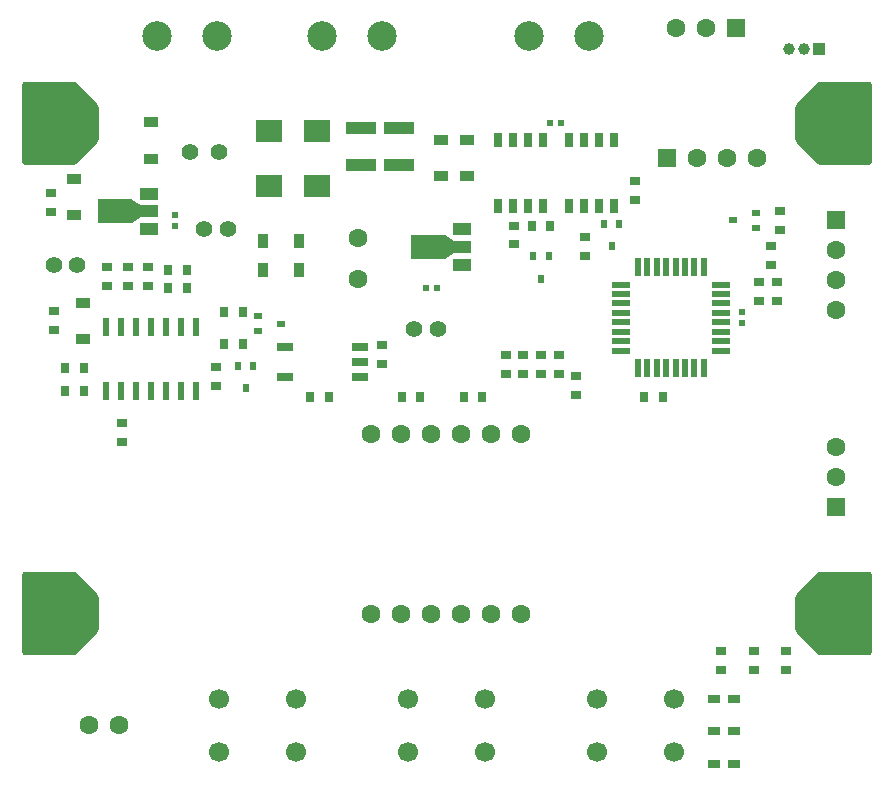
<source format=gts>
%TF.GenerationSoftware,KiCad,Pcbnew,(5.1.12)-1*%
%TF.CreationDate,2022-08-11T01:09:08+09:00*%
%TF.ProjectId,RailcomSwitchChanger,5261696c-636f-46d5-9377-697463684368,rev?*%
%TF.SameCoordinates,PX632ea00PY7459280*%
%TF.FileFunction,Soldermask,Top*%
%TF.FilePolarity,Negative*%
%FSLAX46Y46*%
G04 Gerber Fmt 4.6, Leading zero omitted, Abs format (unit mm)*
G04 Created by KiCad (PCBNEW (5.1.12)-1) date 2022-08-11 01:09:08*
%MOMM*%
%LPD*%
G01*
G04 APERTURE LIST*
%ADD10R,0.500000X0.550000*%
%ADD11R,0.550000X0.500000*%
%ADD12R,0.800000X1.300000*%
%ADD13R,0.700000X0.900000*%
%ADD14R,0.550000X1.600000*%
%ADD15R,1.600000X0.550000*%
%ADD16R,0.600000X1.550000*%
%ADD17C,1.400000*%
%ADD18R,2.200000X1.850000*%
%ADD19R,1.200000X0.850000*%
%ADD20R,0.850000X1.200000*%
%ADD21C,1.600000*%
%ADD22R,1.000000X0.800000*%
%ADD23C,3.200000*%
%ADD24C,2.500000*%
%ADD25R,1.600000X1.600000*%
%ADD26R,1.600000X1.524000*%
%ADD27R,1.524000X1.600000*%
%ADD28R,0.800000X0.600000*%
%ADD29R,0.600000X0.800000*%
%ADD30R,2.500000X1.000000*%
%ADD31R,0.900000X0.700000*%
%ADD32C,1.700000*%
%ADD33C,0.100000*%
%ADD34R,3.000000X2.000000*%
%ADD35R,1.500000X1.000000*%
%ADD36R,1.400000X0.800000*%
%ADD37R,1.000000X1.000000*%
%ADD38C,1.000000*%
%ADD39C,0.250000*%
G04 APERTURE END LIST*
D10*
%TO.C,C4*%
X13000000Y49225000D03*
X13000000Y48275000D03*
%TD*%
D11*
%TO.C,C11*%
X34275000Y43000000D03*
X35225000Y43000000D03*
%TD*%
D10*
%TO.C,C13*%
X61000000Y40975000D03*
X61000000Y40025000D03*
%TD*%
D11*
%TO.C,C15*%
X44775000Y57000000D03*
X45725000Y57000000D03*
%TD*%
D12*
%TO.C,Q11*%
X46345000Y49950000D03*
X47615000Y49950000D03*
X48885000Y49950000D03*
X50155000Y49950000D03*
X50155000Y55550000D03*
X48885000Y55550000D03*
X47615000Y55550000D03*
X46345000Y55550000D03*
%TD*%
D13*
%TO.C,R22*%
X44800000Y48250000D03*
X43200000Y48250000D03*
%TD*%
D14*
%TO.C,U11*%
X57800000Y44750000D03*
X57000000Y44750000D03*
X56200000Y44750000D03*
X55400000Y44750000D03*
X54600000Y44750000D03*
X53800000Y44750000D03*
X53000000Y44750000D03*
X52200000Y44750000D03*
D15*
X50750000Y43300000D03*
X50750000Y42500000D03*
X50750000Y41700000D03*
X50750000Y40900000D03*
X50750000Y40100000D03*
X50750000Y39300000D03*
X50750000Y38500000D03*
X50750000Y37700000D03*
D14*
X52200000Y36250000D03*
X53000000Y36250000D03*
X53800000Y36250000D03*
X54600000Y36250000D03*
X55400000Y36250000D03*
X56200000Y36250000D03*
X57000000Y36250000D03*
X57800000Y36250000D03*
D15*
X59250000Y37700000D03*
X59250000Y38500000D03*
X59250000Y39300000D03*
X59250000Y40100000D03*
X59250000Y40900000D03*
X59250000Y41700000D03*
X59250000Y42500000D03*
X59250000Y43300000D03*
%TD*%
D16*
%TO.C,U2*%
X14810000Y34300000D03*
X14810000Y39700000D03*
X13540000Y34300000D03*
X13540000Y39700000D03*
X12270000Y34300000D03*
X12270000Y39700000D03*
X11000000Y34300000D03*
X11000000Y39700000D03*
X9730000Y34300000D03*
X9730000Y39700000D03*
X8460000Y34300000D03*
X8460000Y39700000D03*
X7190000Y34300000D03*
X7190000Y39700000D03*
%TD*%
D17*
%TO.C,C1*%
X16750000Y54500000D03*
X14250000Y54500000D03*
%TD*%
%TO.C,C2*%
X2750000Y45000000D03*
X4750000Y45000000D03*
%TD*%
%TO.C,C3*%
X17500000Y48000000D03*
X15500000Y48000000D03*
%TD*%
%TO.C,C14*%
X35250000Y39500000D03*
X33250000Y39500000D03*
%TD*%
D18*
%TO.C,D1*%
X21000000Y51675000D03*
X21000000Y56325000D03*
%TD*%
%TO.C,D2*%
X25000000Y51675000D03*
X25000000Y56325000D03*
%TD*%
D19*
%TO.C,D3*%
X11000000Y53975000D03*
X11000000Y57025000D03*
%TD*%
%TO.C,D4*%
X4500000Y49225000D03*
X4500000Y52275000D03*
%TD*%
%TO.C,D5*%
X5250000Y38725000D03*
X5250000Y41775000D03*
%TD*%
%TO.C,D11*%
X35500000Y55525000D03*
X35500000Y52475000D03*
%TD*%
D20*
%TO.C,D12*%
X20475000Y47000000D03*
X23525000Y47000000D03*
%TD*%
D19*
%TO.C,D13*%
X37750000Y55525000D03*
X37750000Y52475000D03*
%TD*%
D20*
%TO.C,D14*%
X20475000Y44500000D03*
X23525000Y44500000D03*
%TD*%
D21*
%TO.C,D15*%
X29650000Y15380000D03*
X32190000Y15380000D03*
X34730000Y15380000D03*
X37270000Y15380000D03*
X39810000Y15380000D03*
X42350000Y15380000D03*
X42350000Y30620000D03*
X39810000Y30620000D03*
X37270000Y30620000D03*
X34730000Y30620000D03*
X32190000Y30620000D03*
X29650000Y30620000D03*
%TD*%
D22*
%TO.C,D16*%
X60350000Y8250000D03*
X58650000Y8250000D03*
%TD*%
%TO.C,D17*%
X58650000Y5500000D03*
X60350000Y5500000D03*
%TD*%
%TO.C,D18*%
X58650000Y2750000D03*
X60350000Y2750000D03*
%TD*%
D23*
%TO.C,H1*%
X3000000Y15500000D03*
%TD*%
%TO.C,H2*%
X69000000Y57000000D03*
%TD*%
%TO.C,H3*%
X3000000Y57000000D03*
%TD*%
%TO.C,H4*%
X69000000Y15500000D03*
%TD*%
D24*
%TO.C,J1*%
X16540000Y64350000D03*
X11460000Y64350000D03*
%TD*%
%TO.C,J2*%
X30540000Y64350000D03*
X25460000Y64350000D03*
%TD*%
D25*
%TO.C,J11*%
X69000000Y24460000D03*
D21*
X69000000Y27000000D03*
X69000000Y29540000D03*
%TD*%
%TO.C,J12*%
X62310000Y54000000D03*
X59770000Y54000000D03*
X57230000Y54000000D03*
D26*
X54690000Y54000000D03*
%TD*%
D21*
%TO.C,J13*%
X8270000Y6000000D03*
X5730000Y6000000D03*
%TD*%
D24*
%TO.C,J14*%
X48040000Y64350000D03*
X42960000Y64350000D03*
%TD*%
D21*
%TO.C,J15*%
X69000000Y41190000D03*
X69000000Y43730000D03*
X69000000Y46270000D03*
D27*
X69000000Y48810000D03*
%TD*%
D28*
%TO.C,Q1*%
X20050000Y40650000D03*
X20050000Y39350000D03*
X21950000Y40000000D03*
%TD*%
D29*
%TO.C,Q2*%
X19000000Y34550000D03*
X18350000Y36450000D03*
X19650000Y36450000D03*
%TD*%
D12*
%TO.C,Q12*%
X40345000Y49950000D03*
X41615000Y49950000D03*
X42885000Y49950000D03*
X44155000Y49950000D03*
X44155000Y55550000D03*
X42885000Y55550000D03*
X41615000Y55550000D03*
X40345000Y55550000D03*
%TD*%
D29*
%TO.C,Q13*%
X50000000Y46550000D03*
X49350000Y48450000D03*
X50650000Y48450000D03*
%TD*%
%TO.C,Q14*%
X44650000Y45700000D03*
X43350000Y45700000D03*
X44000000Y43800000D03*
%TD*%
D30*
%TO.C,R1*%
X28750000Y56600000D03*
X28750000Y53400000D03*
%TD*%
%TO.C,R2*%
X32000000Y53400000D03*
X32000000Y56600000D03*
%TD*%
D31*
%TO.C,R3*%
X2500000Y51050000D03*
X2500000Y49450000D03*
%TD*%
%TO.C,R4*%
X2750000Y41050000D03*
X2750000Y39450000D03*
%TD*%
%TO.C,R5*%
X10750000Y44800000D03*
X10750000Y43200000D03*
%TD*%
%TO.C,R6*%
X9000000Y43200000D03*
X9000000Y44800000D03*
%TD*%
%TO.C,R7*%
X7250000Y44800000D03*
X7250000Y43200000D03*
%TD*%
D13*
%TO.C,R8*%
X3700000Y36250000D03*
X5300000Y36250000D03*
%TD*%
%TO.C,R9*%
X3700000Y34250000D03*
X5300000Y34250000D03*
%TD*%
D31*
%TO.C,R10*%
X8500000Y29950000D03*
X8500000Y31550000D03*
%TD*%
D13*
%TO.C,R11*%
X12450000Y43000000D03*
X14050000Y43000000D03*
%TD*%
%TO.C,R12*%
X12450000Y44500000D03*
X14050000Y44500000D03*
%TD*%
D31*
%TO.C,R15*%
X16500000Y36300000D03*
X16500000Y34700000D03*
%TD*%
D13*
%TO.C,R16*%
X17200000Y41000000D03*
X18800000Y41000000D03*
%TD*%
%TO.C,R17*%
X18800000Y38250000D03*
X17200000Y38250000D03*
%TD*%
D31*
%TO.C,R21*%
X52000000Y52050000D03*
X52000000Y50450000D03*
%TD*%
%TO.C,R23*%
X47750000Y47300000D03*
X47750000Y45700000D03*
%TD*%
%TO.C,R24*%
X41750000Y46700000D03*
X41750000Y48300000D03*
%TD*%
%TO.C,R25*%
X62500000Y41950000D03*
X62500000Y43550000D03*
%TD*%
%TO.C,R26*%
X64000000Y43550000D03*
X64000000Y41950000D03*
%TD*%
D13*
%TO.C,R27*%
X24450000Y33750000D03*
X26050000Y33750000D03*
%TD*%
%TO.C,R28*%
X52700000Y33750000D03*
X54300000Y33750000D03*
%TD*%
%TO.C,R31*%
X33800000Y33750000D03*
X32200000Y33750000D03*
%TD*%
D31*
%TO.C,R32*%
X41000000Y37300000D03*
X41000000Y35700000D03*
%TD*%
%TO.C,R33*%
X42500000Y37300000D03*
X42500000Y35700000D03*
%TD*%
%TO.C,R34*%
X44000000Y35700000D03*
X44000000Y37300000D03*
%TD*%
%TO.C,R35*%
X45500000Y37300000D03*
X45500000Y35700000D03*
%TD*%
D13*
%TO.C,R36*%
X37450000Y33750000D03*
X39050000Y33750000D03*
%TD*%
D31*
%TO.C,R37*%
X47000000Y35550000D03*
X47000000Y33950000D03*
%TD*%
%TO.C,R38*%
X59250000Y12300000D03*
X59250000Y10700000D03*
%TD*%
%TO.C,R39*%
X62000000Y10700000D03*
X62000000Y12300000D03*
%TD*%
%TO.C,R40*%
X64750000Y12300000D03*
X64750000Y10700000D03*
%TD*%
D32*
%TO.C,SW1*%
X16750000Y8250000D03*
X23250000Y8250000D03*
X16750000Y3750000D03*
X23250000Y3750000D03*
%TD*%
%TO.C,SW2*%
X39250000Y3750000D03*
X32750000Y3750000D03*
X39250000Y8250000D03*
X32750000Y8250000D03*
%TD*%
%TO.C,SW3*%
X48750000Y8250000D03*
X55250000Y8250000D03*
X48750000Y3750000D03*
X55250000Y3750000D03*
%TD*%
D33*
%TO.C,U1*%
G36*
X10100000Y49000000D02*
G01*
X9400000Y48500000D01*
X9400000Y50500000D01*
X10100000Y50000000D01*
X10100000Y49000000D01*
G37*
D34*
X7900000Y49500000D03*
D35*
X10850000Y51000000D03*
X10850000Y49500000D03*
X10850000Y48000000D03*
%TD*%
%TO.C,U12*%
X37350000Y45000000D03*
X37350000Y46500000D03*
X37350000Y48000000D03*
D34*
X34400000Y46500000D03*
D33*
G36*
X36600000Y46000000D02*
G01*
X35900000Y45500000D01*
X35900000Y47500000D01*
X36600000Y47000000D01*
X36600000Y46000000D01*
G37*
%TD*%
D36*
%TO.C,U13*%
X22350000Y38020000D03*
X22350000Y35480000D03*
X28650000Y35480000D03*
X28650000Y36750000D03*
X28650000Y38020000D03*
%TD*%
D21*
%TO.C,C12*%
X28500000Y47250000D03*
X28500000Y43750000D03*
%TD*%
D25*
%TO.C,J16*%
X60540000Y65000000D03*
D21*
X58000000Y65000000D03*
X55460000Y65000000D03*
%TD*%
D31*
%TO.C,R41*%
X64250000Y47950000D03*
X64250000Y49550000D03*
%TD*%
D37*
%TO.C,J17*%
X67500000Y63250000D03*
D38*
X66250000Y63250000D03*
X65000000Y63250000D03*
%TD*%
D28*
%TO.C,Q15*%
X62200000Y48100000D03*
X62200000Y49400000D03*
X60300000Y48750000D03*
%TD*%
D31*
%TO.C,R18*%
X30500000Y38200000D03*
X30500000Y36600000D03*
%TD*%
%TO.C,R42*%
X63500000Y46550000D03*
X63500000Y44950000D03*
%TD*%
D39*
X71766032Y60359417D02*
X71822012Y60322012D01*
X71859417Y60266032D01*
X71875000Y60187690D01*
X71875000Y53812310D01*
X71859417Y53733968D01*
X71822012Y53677988D01*
X71766032Y53640583D01*
X71687690Y53625000D01*
X67636574Y53625000D01*
X67558232Y53640583D01*
X67491812Y53684964D01*
X65684964Y55491812D01*
X65640583Y55558232D01*
X65625000Y55636574D01*
X65625000Y58363426D01*
X65640583Y58441768D01*
X65684964Y58508188D01*
X67491812Y60315036D01*
X67558232Y60359417D01*
X67636574Y60375000D01*
X71687690Y60375000D01*
X71766032Y60359417D01*
D33*
G36*
X71766032Y60359417D02*
G01*
X71822012Y60322012D01*
X71859417Y60266032D01*
X71875000Y60187690D01*
X71875000Y53812310D01*
X71859417Y53733968D01*
X71822012Y53677988D01*
X71766032Y53640583D01*
X71687690Y53625000D01*
X67636574Y53625000D01*
X67558232Y53640583D01*
X67491812Y53684964D01*
X65684964Y55491812D01*
X65640583Y55558232D01*
X65625000Y55636574D01*
X65625000Y58363426D01*
X65640583Y58441768D01*
X65684964Y58508188D01*
X67491812Y60315036D01*
X67558232Y60359417D01*
X67636574Y60375000D01*
X71687690Y60375000D01*
X71766032Y60359417D01*
G37*
D39*
X71766032Y18859417D02*
X71822012Y18822012D01*
X71859417Y18766032D01*
X71875000Y18687690D01*
X71875000Y12312310D01*
X71859417Y12233968D01*
X71822012Y12177988D01*
X71766032Y12140583D01*
X71687690Y12125000D01*
X67636574Y12125000D01*
X67558232Y12140583D01*
X67491812Y12184964D01*
X65684964Y13991812D01*
X65640583Y14058232D01*
X65625000Y14136574D01*
X65625000Y16863426D01*
X65640583Y16941768D01*
X65684964Y17008188D01*
X67491812Y18815036D01*
X67558232Y18859417D01*
X67636574Y18875000D01*
X71687690Y18875000D01*
X71766032Y18859417D01*
D33*
G36*
X71766032Y18859417D02*
G01*
X71822012Y18822012D01*
X71859417Y18766032D01*
X71875000Y18687690D01*
X71875000Y12312310D01*
X71859417Y12233968D01*
X71822012Y12177988D01*
X71766032Y12140583D01*
X71687690Y12125000D01*
X67636574Y12125000D01*
X67558232Y12140583D01*
X67491812Y12184964D01*
X65684964Y13991812D01*
X65640583Y14058232D01*
X65625000Y14136574D01*
X65625000Y16863426D01*
X65640583Y16941768D01*
X65684964Y17008188D01*
X67491812Y18815036D01*
X67558232Y18859417D01*
X67636574Y18875000D01*
X71687690Y18875000D01*
X71766032Y18859417D01*
G37*
D39*
X4441768Y18859417D02*
X4508188Y18815036D01*
X6315036Y17008188D01*
X6359417Y16941768D01*
X6375000Y16863426D01*
X6375000Y14136574D01*
X6359417Y14058232D01*
X6315036Y13991812D01*
X4508188Y12184964D01*
X4441768Y12140583D01*
X4363426Y12125000D01*
X312310Y12125000D01*
X233968Y12140583D01*
X177988Y12177988D01*
X140583Y12233968D01*
X125000Y12312310D01*
X125000Y18687690D01*
X140583Y18766032D01*
X177988Y18822012D01*
X233968Y18859417D01*
X312310Y18875000D01*
X4363426Y18875000D01*
X4441768Y18859417D01*
D33*
G36*
X4441768Y18859417D02*
G01*
X4508188Y18815036D01*
X6315036Y17008188D01*
X6359417Y16941768D01*
X6375000Y16863426D01*
X6375000Y14136574D01*
X6359417Y14058232D01*
X6315036Y13991812D01*
X4508188Y12184964D01*
X4441768Y12140583D01*
X4363426Y12125000D01*
X312310Y12125000D01*
X233968Y12140583D01*
X177988Y12177988D01*
X140583Y12233968D01*
X125000Y12312310D01*
X125000Y18687690D01*
X140583Y18766032D01*
X177988Y18822012D01*
X233968Y18859417D01*
X312310Y18875000D01*
X4363426Y18875000D01*
X4441768Y18859417D01*
G37*
D39*
X4441768Y60359417D02*
X4508188Y60315036D01*
X6315036Y58508188D01*
X6359417Y58441768D01*
X6375000Y58363426D01*
X6375000Y55636574D01*
X6359417Y55558232D01*
X6315036Y55491812D01*
X4508188Y53684964D01*
X4441768Y53640583D01*
X4363426Y53625000D01*
X312310Y53625000D01*
X233968Y53640583D01*
X177988Y53677988D01*
X140583Y53733968D01*
X125000Y53812310D01*
X125000Y60187690D01*
X140583Y60266032D01*
X177988Y60322012D01*
X233968Y60359417D01*
X312310Y60375000D01*
X4363426Y60375000D01*
X4441768Y60359417D01*
D33*
G36*
X4441768Y60359417D02*
G01*
X4508188Y60315036D01*
X6315036Y58508188D01*
X6359417Y58441768D01*
X6375000Y58363426D01*
X6375000Y55636574D01*
X6359417Y55558232D01*
X6315036Y55491812D01*
X4508188Y53684964D01*
X4441768Y53640583D01*
X4363426Y53625000D01*
X312310Y53625000D01*
X233968Y53640583D01*
X177988Y53677988D01*
X140583Y53733968D01*
X125000Y53812310D01*
X125000Y60187690D01*
X140583Y60266032D01*
X177988Y60322012D01*
X233968Y60359417D01*
X312310Y60375000D01*
X4363426Y60375000D01*
X4441768Y60359417D01*
G37*
M02*

</source>
